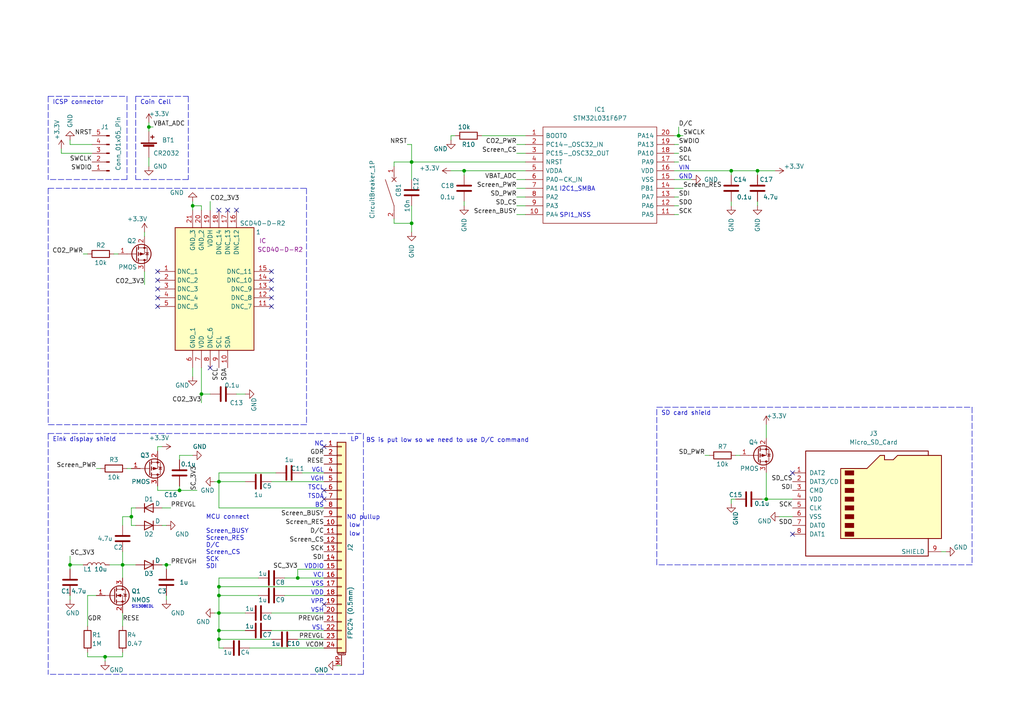
<source format=kicad_sch>
(kicad_sch (version 20231120) (generator "eeschema") (generator_version "8.0")
  (paper "A4")
  (lib_symbols
    (symbol "CO2_sensor_Lib:SCD40-D-R2"
      (property "Value" "SCD40-D-R2" (at -1.27 15.24 0))
      (property "Reference_1" "IC" (at 29.21 17.78 0))
      (property "Value_1" "SCD40-D-R2" (at 29.21 15.24 0))
      (symbol "SCD40-D-R2_1_1"
        (rectangle (start 5.08 12.7) (end 27.94 -22.86) (stroke (width 0.254)) (fill (type background)))
        (pin passive line (at 0 0 0) (length 5.08) (name "DNC_1") (number "1"))
        (pin passive line (at 20.32 -27.94 90) (length 5.08) (name "SDA") (number "10"))
        (pin passive line (at 33.02 -10.16 180) (length 5.08) (name "DNC_7") (number "11"))
        (pin passive line (at 33.02 -7.62 180) (length 5.08) (name "DNC_8") (number "12"))
        (pin passive line (at 33.02 -5.08 180) (length 5.08) (name "DNC_9") (number "13"))
        (pin passive line (at 33.02 -2.54 180) (length 5.08) (name "DNC_10") (number "14"))
        (pin passive line (at 33.02 0 180) (length 5.08) (name "DNC_11") (number "15"))
        (pin passive line (at 22.86 17.78 270) (length 5.08) (name "DNC_12") (number "16"))
        (pin passive line (at 20.32 17.78 270) (length 5.08) (name "DNC_13") (number "17"))
        (pin passive line (at 17.78 17.78 270) (length 5.08) (name "DNC_14") (number "18"))
        (pin passive line (at 15.24 17.78 270) (length 5.08) (name "VDDH") (number "19"))
        (pin passive line (at 0 -2.54 0) (length 5.08) (name "DNC_2") (number "2"))
        (pin passive line (at 12.7 17.78 270) (length 5.08) (name "GND_2") (number "20"))
        (pin passive line (at 10.16 17.78 270) (length 5.08) (name "GND_3") (number "21"))
        (pin passive line (at 0 -5.08 0) (length 5.08) (name "DNC_3") (number "3"))
        (pin passive line (at 0 -7.62 0) (length 5.08) (name "DNC_4") (number "4"))
        (pin passive line (at 0 -10.16 0) (length 5.08) (name "DNC_5") (number "5"))
        (pin passive line (at 10.16 -27.94 90) (length 5.08) (name "GND_1") (number "6"))
        (pin passive line (at 12.7 -27.94 90) (length 5.08) (name "VDD") (number "7"))
        (pin passive line (at 15.24 -27.94 90) (length 5.08) (name "DNC_6") (number "8"))
        (pin passive line (at 17.78 -27.94 90) (length 5.08) (name "SCL") (number "9"))
      )
    )
    (symbol "CO2_sensor_Lib:STM32L031F6P7" (pin_names (offset 0.762))
      (property "Reference" "IC" (at 5.08 3.81 0))
      (property "Value" "STM32L031F6P7" (at 22.606 3.81 0))
      (symbol "STM32L031F6P7_0_0"
        (pin passive line (at 0 0 0) (length 5.08) (name "BOOT0") (number "1"))
        (pin passive line (at 0 -22.86 0) (length 5.08) (name "PA4") (number "10"))
        (pin passive line (at 43.18 -22.86 180) (length 5.08) (name "PA5") (number "11"))
        (pin passive line (at 43.18 -20.32 180) (length 5.08) (name "PA6") (number "12"))
        (pin passive line (at 43.18 -17.78 180) (length 5.08) (name "PA7") (number "13"))
        (pin passive line (at 43.18 -15.24 180) (length 5.08) (name "PB1") (number "14"))
        (pin passive line (at 43.18 -12.7 180) (length 5.08) (name "VSS") (number "15"))
        (pin passive line (at 43.18 -10.16 180) (length 5.08) (name "VDD") (number "16"))
        (pin passive line (at 43.18 -7.62 180) (length 5.08) (name "PA9") (number "17"))
        (pin passive line (at 43.18 -5.08 180) (length 5.08) (name "PA10") (number "18"))
        (pin passive line (at 43.18 -2.54 180) (length 5.08) (name "PA13") (number "19"))
        (pin passive line (at 0 -2.54 0) (length 5.08) (name "PC14-_OSC32_IN") (number "2"))
        (pin passive line (at 43.18 0 180) (length 5.08) (name "PA14") (number "20"))
        (pin passive line (at 0 -5.08 0) (length 5.08) (name "PC15-_OSC32_OUT") (number "3"))
        (pin passive line (at 0 -7.62 0) (length 5.08) (name "NRST") (number "4"))
        (pin passive line (at 0 -10.16 0) (length 5.08) (name "VDDA") (number "5"))
        (pin passive line (at 0 -12.7 0) (length 5.08) (name "PA0-CK_IN") (number "6"))
        (pin passive line (at 0 -15.24 0) (length 5.08) (name "PA1") (number "7"))
        (pin passive line (at 0 -17.78 0) (length 5.08) (name "PA2") (number "8"))
        (pin passive line (at 0 -20.32 0) (length 5.08) (name "PA3") (number "9"))
      )
      (symbol "STM32L031F6P7_0_1"
        (polyline (pts (xy 5.08 2.54) (xy 38.1 2.54) (xy 38.1 -25.4) (xy 5.08 -25.4) (xy 5.08 2.54)) (stroke (width 0.1524)))
      )
    )
    (symbol "Connector:Conn_01x05_Pin" (pin_names (offset 1.016) hide)
      (property "Reference" "J" (at 0 7.62 0))
      (property "Value" "Conn_01x05_Pin" (at 0 -7.62 0))
      (symbol "Conn_01x05_Pin_1_1"
        (polyline (pts (xy 1.27 -5.08) (xy 0.8636 -5.08)) (stroke (width 0.1524)))
        (polyline (pts (xy 1.27 -2.54) (xy 0.8636 -2.54)) (stroke (width 0.1524)))
        (polyline (pts (xy 1.27 0) (xy 0.8636 0)) (stroke (width 0.1524)))
        (polyline (pts (xy 1.27 2.54) (xy 0.8636 2.54)) (stroke (width 0.1524)))
        (polyline (pts (xy 1.27 5.08) (xy 0.8636 5.08)) (stroke (width 0.1524)))
        (rectangle (start 0.8636 -4.953) (end 0 -5.207) (stroke (width 0.1524)) (fill (type outline)))
        (rectangle (start 0.8636 -2.413) (end 0 -2.667) (stroke (width 0.1524)) (fill (type outline)))
        (rectangle (start 0.8636 0.127) (end 0 -0.127) (stroke (width 0.1524)) (fill (type outline)))
        (rectangle (start 0.8636 2.667) (end 0 2.413) (stroke (width 0.1524)) (fill (type outline)))
        (rectangle (start 0.8636 5.207) (end 0 4.953) (stroke (width 0.1524)) (fill (type outline)))
        (pin passive line (at 5.08 5.08 180) (length 3.81) (name "Pin_1") (number "1"))
        (pin passive line (at 5.08 2.54 180) (length 3.81) (name "Pin_2") (number "2"))
        (pin passive line (at 5.08 0 180) (length 3.81) (name "Pin_3") (number "3"))
        (pin passive line (at 5.08 -2.54 180) (length 3.81) (name "Pin_4") (number "4"))
        (pin passive line (at 5.08 -5.08 180) (length 3.81) (name "Pin_5") (number "5"))
      )
    )
    (symbol "Connector:Micro_SD_Card" (pin_names (offset 1.016))
      (property "Reference" "J" (at -16.51 15.24 0))
      (property "Value" "Micro_SD_Card" (at 16.51 15.24 0))
      (symbol "Micro_SD_Card_0_1"
        (rectangle (start -7.62 -9.525) (end -5.08 -10.795) (fill (type outline)))
        (rectangle (start -7.62 -6.985) (end -5.08 -8.255) (fill (type outline)))
        (rectangle (start -7.62 -4.445) (end -5.08 -5.715) (fill (type outline)))
        (rectangle (start -7.62 -1.905) (end -5.08 -3.175) (fill (type outline)))
        (rectangle (start -7.62 0.635) (end -5.08 -0.635) (fill (type outline)))
        (rectangle (start -7.62 3.175) (end -5.08 1.905) (fill (type outline)))
        (rectangle (start -7.62 5.715) (end -5.08 4.445) (fill (type outline)))
        (rectangle (start -7.62 8.255) (end -5.08 6.985) (fill (type outline)))
        (polyline (pts (xy 16.51 12.7) (xy 16.51 13.97) (xy -19.05 13.97) (xy -19.05 -16.51) (xy 16.51 -16.51) (xy 16.51 -11.43)) (stroke (width 0.254)))
        (polyline (pts (xy -8.89 -11.43) (xy -8.89 8.89) (xy -1.27 8.89) (xy 2.54 12.7) (xy 3.81 12.7) (xy 3.81 11.43) (xy 6.35 11.43) (xy 7.62 12.7) (xy 20.32 12.7) (xy 20.32 -11.43) (xy -8.89 -11.43)) (stroke (width 0.254)) (fill (type background)))
      )
      (symbol "Micro_SD_Card_1_1"
        (pin bidirectional line (at -22.86 7.62 0) (length 3.81) (name "DAT2") (number "1"))
        (pin bidirectional line (at -22.86 5.08 0) (length 3.81) (name "DAT3/CD") (number "2"))
        (pin input line (at -22.86 2.54 0) (length 3.81) (name "CMD") (number "3"))
        (pin power_in line (at -22.86 0 0) (length 3.81) (name "VDD") (number "4"))
        (pin input line (at -22.86 -2.54 0) (length 3.81) (name "CLK") (number "5"))
        (pin power_in line (at -22.86 -5.08 0) (length 3.81) (name "VSS") (number "6"))
        (pin bidirectional line (at -22.86 -7.62 0) (length 3.81) (name "DAT0") (number "7"))
        (pin bidirectional line (at -22.86 -10.16 0) (length 3.81) (name "DAT1") (number "8"))
        (pin passive line (at 20.32 -15.24 180) (length 3.81) (name "SHIELD") (number "9"))
      )
    )
    (symbol "Connector_Generic_MountingPin:Conn_01x24_MountingPin" (pin_names (offset 1.016) hide)
      (property "Reference" "J" (at 0 30.48 0))
      (property "Value" "Conn_01x24_MountingPin" (at 1.27 -33.02 0))
      (symbol "Conn_01x24_MountingPin_1_1"
        (rectangle (start -1.27 -30.353) (end 0 -30.607) (stroke (width 0.1524)))
        (rectangle (start -1.27 -27.813) (end 0 -28.067) (stroke (width 0.1524)))
        (rectangle (start -1.27 -25.273) (end 0 -25.527) (stroke (width 0.1524)))
        (rectangle (start -1.27 -22.733) (end 0 -22.987) (stroke (width 0.1524)))
        (rectangle (start -1.27 -20.193) (end 0 -20.447) (stroke (width 0.1524)))
        (rectangle (start -1.27 -17.653) (end 0 -17.907) (stroke (width 0.1524)))
        (rectangle (start -1.27 -15.113) (end 0 -15.367) (stroke (width 0.1524)))
        (rectangle (start -1.27 -12.573) (end 0 -12.827) (stroke (width 0.1524)))
        (rectangle (start -1.27 -10.033) (end 0 -10.287) (stroke (width 0.1524)))
        (rectangle (start -1.27 -7.493) (end 0 -7.747) (stroke (width 0.1524)))
        (rectangle (start -1.27 -4.953) (end 0 -5.207) (stroke (width 0.1524)))
        (rectangle (start -1.27 -2.413) (end 0 -2.667) (stroke (width 0.1524)))
        (rectangle (start -1.27 0.127) (end 0 -0.127) (stroke (width 0.1524)))
        (rectangle (start -1.27 2.667) (end 0 2.413) (stroke (width 0.1524)))
        (rectangle (start -1.27 5.207) (end 0 4.953) (stroke (width 0.1524)))
        (rectangle (start -1.27 7.747) (end 0 7.493) (stroke (width 0.1524)))
        (rectangle (start -1.27 10.287) (end 0 10.033) (stroke (width 0.1524)))
        (rectangle (start -1.27 12.827) (end 0 12.573) (stroke (width 0.1524)))
        (rectangle (start -1.27 15.367) (end 0 15.113) (stroke (width 0.1524)))
        (rectangle (start -1.27 17.907) (end 0 17.653) (stroke (width 0.1524)))
        (rectangle (start -1.27 20.447) (end 0 20.193) (stroke (width 0.1524)))
        (rectangle (start -1.27 22.987) (end 0 22.733) (stroke (width 0.1524)))
        (rectangle (start -1.27 25.527) (end 0 25.273) (stroke (width 0.1524)))
        (rectangle (start -1.27 28.067) (end 0 27.813) (stroke (width 0.1524)))
        (rectangle (start -1.27 29.21) (end 1.27 -31.75) (stroke (width 0.254)) (fill (type background)))
        (polyline (pts (xy -1.016 -32.512) (xy 1.016 -32.512)) (stroke (width 0.1524)))
        (text "Mounting" (at 0 -32.131 0) (effects (font (size 0.381 0.381))))
        (pin passive line (at -5.08 27.94 0) (length 3.81) (name "Pin_1") (number "1"))
        (pin passive line (at -5.08 5.08 0) (length 3.81) (name "Pin_10") (number "10"))
        (pin passive line (at -5.08 2.54 0) (length 3.81) (name "Pin_11") (number "11"))
        (pin passive line (at -5.08 0 0) (length 3.81) (name "Pin_12") (number "12"))
        (pin passive line (at -5.08 -2.54 0) (length 3.81) (name "Pin_13") (number "13"))
        (pin passive line (at -5.08 -5.08 0) (length 3.81) (name "Pin_14") (number "14"))
        (pin passive line (at -5.08 -7.62 0) (length 3.81) (name "Pin_15") (number "15"))
        (pin passive line (at -5.08 -10.16 0) (length 3.81) (name "Pin_16") (number "16"))
        (pin passive line (at -5.08 -12.7 0) (length 3.81) (name "Pin_17") (number "17"))
        (pin passive line (at -5.08 -15.24 0) (length 3.81) (name "Pin_18") (number "18"))
        (pin passive line (at -5.08 -17.78 0) (length 3.81) (name "Pin_19") (number "19"))
        (pin passive line (at -5.08 25.4 0) (length 3.81) (name "Pin_2") (number "2"))
        (pin passive line (at -5.08 -20.32 0) (length 3.81) (name "Pin_20") (number "20"))
        (pin passive line (at -5.08 -22.86 0) (length 3.81) (name "Pin_21") (number "21"))
        (pin passive line (at -5.08 -25.4 0) (length 3.81) (name "Pin_22") (number "22"))
        (pin passive line (at -5.08 -27.94 0) (length 3.81) (name "Pin_23") (number "23"))
        (pin passive line (at -5.08 -30.48 0) (length 3.81) (name "Pin_24") (number "24"))
        (pin passive line (at -5.08 22.86 0) (length 3.81) (name "Pin_3") (number "3"))
        (pin passive line (at -5.08 20.32 0) (length 3.81) (name "Pin_4") (number "4"))
        (pin passive line (at -5.08 17.78 0) (length 3.81) (name "Pin_5") (number "5"))
        (pin passive line (at -5.08 15.24 0) (length 3.81) (name "Pin_6") (number "6"))
        (pin passive line (at -5.08 12.7 0) (length 3.81) (name "Pin_7") (number "7"))
        (pin passive line (at -5.08 10.16 0) (length 3.81) (name "Pin_8") (number "8"))
        (pin passive line (at -5.08 7.62 0) (length 3.81) (name "Pin_9") (number "9"))
        (pin passive line (at 0 -35.56 90) (length 3.048) (name "MountPin") (number "MP"))
      )
    )
    (symbol "Device:Battery_Cell" (pin_numbers hide) (pin_names (offset 0) hide)
      (property "Reference" "BT" (at 2.54 2.54 0))
      (property "Value" "Battery_Cell" (at 2.54 0 0))
      (symbol "Battery_Cell_0_1"
        (rectangle (start -2.286 1.778) (end 2.286 1.524) (fill (type outline)))
        (rectangle (start -1.5748 1.1938) (end 1.4732 0.6858) (fill (type outline)))
        (polyline (pts (xy 0 0.762) (xy 0 0)))
        (polyline (pts (xy 0 1.778) (xy 0 2.54)))
        (polyline (pts (xy 0.508 3.429) (xy 1.524 3.429)) (stroke (width 0.254)))
        (polyline (pts (xy 1.016 3.937) (xy 1.016 2.921)) (stroke (width 0.254)))
      )
      (symbol "Battery_Cell_1_1"
        (pin passive line (at 0 5.08 270) (length 2.54) (name "+") (number "1"))
        (pin passive line (at 0 -2.54 90) (length 2.54) (name "-") (number "2"))
      )
    )
    (symbol "Device:C" (pin_numbers hide) (pin_names (offset 0.254))
      (property "Reference" "C" (at 0.635 2.54 0))
      (property "Value" "C" (at 0.635 -2.54 0))
      (symbol "C_0_1"
        (polyline (pts (xy -2.032 -0.762) (xy 2.032 -0.762)) (stroke (width 0.508)))
        (polyline (pts (xy -2.032 0.762) (xy 2.032 0.762)) (stroke (width 0.508)))
      )
      (symbol "C_1_1"
        (pin passive line (at 0 3.81 270) (length 2.794) (name "~") (number "1"))
        (pin passive line (at 0 -3.81 90) (length 2.794) (name "~") (number "2"))
      )
    )
    (symbol "Device:CircuitBreaker_1P"
      (property "Reference" "CB" (at 1.905 0 0))
      (property "Value" "CircuitBreaker_1P" (at 1.905 1.905 0))
      (symbol "CircuitBreaker_1P_0_1"
        (polyline (pts (xy 0 -5.08) (xy 0 -3.81)))
        (polyline (pts (xy 0 -3.81) (xy -2.54 3.81)))
      )
      (symbol "CircuitBreaker_1P_1_1"
        (polyline (pts (xy -0.635 4.445) (xy 0.635 3.175)))
        (polyline (pts (xy 0 5.08) (xy 0 3.81)))
        (polyline (pts (xy 0.635 4.445) (xy -0.635 3.175)))
        (pin passive line (at 0 7.62 270) (length 2.54) (name "~") (number "1"))
        (pin passive line (at 0 -7.62 90) (length 2.54) (name "~") (number "2"))
      )
    )
    (symbol "Device:D" (pin_numbers hide) (pin_names (offset 1.016) hide)
      (property "Reference" "D" (at 0 2.54 0))
      (property "Value" "D" (at 0 -2.54 0))
      (symbol "D_0_1"
        (polyline (pts (xy -1.27 1.27) (xy -1.27 -1.27)) (stroke (width 0.254)))
        (polyline (pts (xy 1.27 0) (xy -1.27 0)))
        (polyline (pts (xy 1.27 1.27) (xy 1.27 -1.27) (xy -1.27 0) (xy 1.27 1.27)) (stroke (width 0.254)))
      )
      (symbol "D_1_1"
        (pin passive line (at -3.81 0 0) (length 2.54) (name "K") (number "1"))
        (pin passive line (at 3.81 0 180) (length 2.54) (name "A") (number "2"))
      )
    )
    (symbol "Device:L" (pin_numbers hide) (pin_names (offset 1.016) hide)
      (property "Reference" "L" (at -1.27 0 90))
      (property "Value" "L" (at 1.905 0 90))
      (symbol "L_0_1"
        (arc (start 0 -2.54) (mid 0.6323 -1.905) (end 0 -1.27))
        (arc (start 0 -1.27) (mid 0.6323 -0.635) (end 0 0))
        (arc (start 0 0) (mid 0.6323 0.635) (end 0 1.27))
        (arc (start 0 1.27) (mid 0.6323 1.905) (end 0 2.54))
      )
      (symbol "L_1_1"
        (pin passive line (at 0 3.81 270) (length 1.27) (name "1") (number "1"))
        (pin passive line (at 0 -3.81 90) (length 1.27) (name "2") (number "2"))
      )
    )
    (symbol "Device:Q_NMOS_GSD" (pin_names (offset 0) hide)
      (property "Reference" "Q" (at 5.08 1.27 0))
      (property "Value" "Q_NMOS_GSD" (at 5.08 -1.27 0))
      (symbol "Q_NMOS_GSD_0_1"
        (polyline (pts (xy 0.254 0) (xy -2.54 0)))
        (polyline (pts (xy 0.254 1.905) (xy 0.254 -1.905)) (stroke (width 0.254)))
        (polyline (pts (xy 0.762 -1.27) (xy 0.762 -2.286)) (stroke (width 0.254)))
        (polyline (pts (xy 0.762 0.508) (xy 0.762 -0.508)) (stroke (width 0.254)))
        (polyline (pts (xy 0.762 2.286) (xy 0.762 1.27)) (stroke (width 0.254)))
        (polyline (pts (xy 2.54 2.54) (xy 2.54 1.778)))
        (polyline (pts (xy 2.54 -2.54) (xy 2.54 0) (xy 0.762 0)))
        (polyline (pts (xy 0.762 -1.778) (xy 3.302 -1.778) (xy 3.302 1.778) (xy 0.762 1.778)))
        (polyline (pts (xy 1.016 0) (xy 2.032 0.381) (xy 2.032 -0.381) (xy 1.016 0)) (fill (type outline)))
        (polyline (pts (xy 2.794 0.508) (xy 2.921 0.381) (xy 3.683 0.381) (xy 3.81 0.254)))
        (polyline (pts (xy 3.302 0.381) (xy 2.921 -0.254) (xy 3.683 -0.254) (xy 3.302 0.381)))
        (circle (center 1.651 0) (radius 2.794) (stroke (width 0.254)))
        (circle (center 2.54 -1.778) (radius 0.254) (fill (type outline)))
        (circle (center 2.54 1.778) (radius 0.254) (fill (type outline)))
      )
      (symbol "Q_NMOS_GSD_1_1"
        (pin input line (at -5.08 0 0) (length 2.54) (name "G") (number "1"))
        (pin passive line (at 2.54 -5.08 90) (length 2.54) (name "S") (number "2"))
        (pin passive line (at 2.54 5.08 270) (length 2.54) (name "D") (number "3"))
      )
    )
    (symbol "Device:Q_PMOS_GSD" (pin_names (offset 0) hide)
      (property "Reference" "Q" (at 5.08 1.27 0))
      (property "Value" "Q_PMOS_GSD" (at 5.08 -1.27 0))
      (symbol "Q_PMOS_GSD_0_1"
        (polyline (pts (xy 0.254 0) (xy -2.54 0)))
        (polyline (pts (xy 0.254 1.905) (xy 0.254 -1.905)) (stroke (width 0.254)))
        (polyline (pts (xy 0.762 -1.27) (xy 0.762 -2.286)) (stroke (width 0.254)))
        (polyline (pts (xy 0.762 0.508) (xy 0.762 -0.508)) (stroke (width 0.254)))
        (polyline (pts (xy 0.762 2.286) (xy 0.762 1.27)) (stroke (width 0.254)))
        (polyline (pts (xy 2.54 2.54) (xy 2.54 1.778)))
        (polyline (pts (xy 2.54 -2.54) (xy 2.54 0) (xy 0.762 0)))
        (polyline (pts (xy 0.762 1.778) (xy 3.302 1.778) (xy 3.302 -1.778) (xy 0.762 -1.778)))
        (polyline (pts (xy 2.286 0) (xy 1.27 0.381) (xy 1.27 -0.381) (xy 2.286 0)) (fill (type outline)))
        (polyline (pts (xy 2.794 -0.508) (xy 2.921 -0.381) (xy 3.683 -0.381) (xy 3.81 -0.254)))
        (polyline (pts (xy 3.302 -0.381) (xy 2.921 0.254) (xy 3.683 0.254) (xy 3.302 -0.381)))
        (circle (center 1.651 0) (radius 2.794) (stroke (width 0.254)))
        (circle (center 2.54 -1.778) (radius 0.254) (fill (type outline)))
        (circle (center 2.54 1.778) (radius 0.254) (fill (type outline)))
      )
      (symbol "Q_PMOS_GSD_1_1"
        (pin input line (at -5.08 0 0) (length 2.54) (name "G") (number "1"))
        (pin passive line (at 2.54 -5.08 90) (length 2.54) (name "S") (number "2"))
        (pin passive line (at 2.54 5.08 270) (length 2.54) (name "D") (number "3"))
      )
    )
    (symbol "Device:R" (pin_numbers hide) (pin_names (offset 0))
      (property "Reference" "R" (at 2.032 0 90))
      (property "Value" "R" (at 0 0 90))
      (symbol "R_0_1"
        (rectangle (start -1.016 -2.54) (end 1.016 2.54) (stroke (width 0.254)))
      )
      (symbol "R_1_1"
        (pin passive line (at 0 3.81 270) (length 1.27) (name "~") (number "1"))
        (pin passive line (at 0 -3.81 90) (length 1.27) (name "~") (number "2"))
      )
    )
    (symbol "power:+3.3V" (power) (pin_names (offset 0))
      (property "Value" "+3.3V" (at 0 3.556 0))
      (symbol "+3.3V_0_1"
        (polyline (pts (xy -0.762 1.27) (xy 0 2.54)))
        (polyline (pts (xy 0 0) (xy 0 2.54)))
        (polyline (pts (xy 0 2.54) (xy 0.762 1.27)))
      )
      (symbol "+3.3V_1_1"
        (pin power_in line (at 0 0 90) (length 0) hide (name "+3.3V") (number "1"))
      )
    )
    (symbol "power:GND" (power) (pin_names (offset 0))
      (property "Value" "GND" (at 0 -3.81 0))
      (symbol "GND_0_1"
        (polyline (pts (xy 0 0) (xy 0 -1.27) (xy 1.27 -1.27) (xy 0 -2.54) (xy -1.27 -1.27) (xy 0 -1.27)))
      )
      (symbol "GND_1_1"
        (pin power_in line (at 0 0 270) (length 0) hide (name "GND") (number "1"))
      )
    )
  )
  (junction (at 52.07 142.24))
  (junction (at 55.88 59.69))
  (junction (at 119.38 64.77))
  (junction (at 86.36 167.64))
  (junction (at 58.42 114.3))
  (junction (at 222.25 144.78))
  (junction (at 63.5 172.72))
  (junction (at 43.18 36.83))
  (junction (at 63.5 182.88))
  (junction (at 63.5 185.42))
  (junction (at 48.26 163.83))
  (junction (at 38.1 149.86))
  (junction (at 212.09 49.53))
  (junction (at 20.32 163.83))
  (junction (at 35.56 163.83))
  (junction (at 119.38 46.99))
  (junction (at 63.5 177.8))
  (junction (at 196.85 39.37))
  (junction (at 134.62 49.53))
  (junction (at 63.5 139.7))
  (junction (at 219.71 49.53))
  (junction (at 63.5 170.18))
  (junction (at 30.48 190.5))
  (no_connect (at 60.96 106.68))
  (no_connect (at 66.04 60.96))
  (no_connect (at 63.5 60.96))
  (no_connect (at 68.58 60.96))
  (no_connect (at 93.98 175.26))
  (no_connect (at 93.98 144.78))
  (no_connect (at 93.98 142.24))
  (no_connect (at 229.87 154.94))
  (no_connect (at 229.87 137.16))
  (no_connect (at 93.98 129.54))
  (no_connect (at 78.74 78.74))
  (no_connect (at 78.74 81.28))
  (no_connect (at 78.74 86.36))
  (no_connect (at 78.74 83.82))
  (no_connect (at 78.74 88.9))
  (no_connect (at 45.72 78.74))
  (no_connect (at 45.72 81.28))
  (no_connect (at 45.72 83.82))
  (no_connect (at 45.72 88.9))
  (no_connect (at 45.72 86.36))
  (wire (pts (xy 45.72 142.24) (xy 52.07 142.24)))
  (wire (pts (xy 52.07 132.08) (xy 52.07 133.35)))
  (polyline (pts (xy 105.41 195.58) (xy 13.97 195.58)) (stroke (width 0) (type dash)))
  (wire (pts (xy 63.5 182.88) (xy 71.12 182.88)))
  (wire (pts (xy 204.47 132.08) (xy 205.74 132.08)))
  (wire (pts (xy 55.88 132.08) (xy 52.07 132.08)))
  (wire (pts (xy 195.58 59.69) (xy 196.85 59.69)))
  (wire (pts (xy 149.86 44.45) (xy 152.4 44.45)))
  (wire (pts (xy 35.56 189.23) (xy 35.56 190.5)))
  (wire (pts (xy 134.62 49.53) (xy 152.4 49.53)))
  (wire (pts (xy 55.88 59.69) (xy 58.42 59.69)))
  (wire (pts (xy 33.02 73.66) (xy 34.29 73.66)))
  (wire (pts (xy 63.5 170.18) (xy 63.5 172.72)))
  (wire (pts (xy 46.99 129.54) (xy 45.72 129.54)))
  (polyline (pts (xy 36.83 52.07) (xy 13.97 52.07)) (stroke (width 0) (type dash)))
  (wire (pts (xy 119.38 64.77) (xy 119.38 67.31)))
  (wire (pts (xy 222.25 137.16) (xy 222.25 144.78)))
  (wire (pts (xy 48.26 172.72) (xy 48.26 173.99)))
  (wire (pts (xy 35.56 152.4) (xy 35.56 149.86)))
  (wire (pts (xy 86.36 165.1) (xy 86.36 167.64)))
  (wire (pts (xy 20.32 40.64) (xy 20.32 41.91)))
  (wire (pts (xy 86.36 165.1) (xy 93.98 165.1)))
  (wire (pts (xy 82.55 172.72) (xy 93.98 172.72)))
  (wire (pts (xy 195.58 49.53) (xy 212.09 49.53)))
  (wire (pts (xy 93.98 147.32) (xy 63.5 147.32)))
  (wire (pts (xy 38.1 147.32) (xy 38.1 149.86)))
  (wire (pts (xy 149.86 41.91) (xy 152.4 41.91)))
  (wire (pts (xy 86.36 185.42) (xy 93.98 185.42)))
  (wire (pts (xy 20.32 163.83) (xy 20.32 165.1)))
  (wire (pts (xy 27.94 172.72) (xy 25.4 172.72)))
  (wire (pts (xy 219.71 58.42) (xy 219.71 59.69)))
  (wire (pts (xy 45.72 129.54) (xy 45.72 130.81)))
  (wire (pts (xy 78.74 177.8) (xy 93.98 177.8)))
  (wire (pts (xy 132.08 39.37) (xy 130.81 39.37)))
  (wire (pts (xy 86.36 167.64) (xy 93.98 167.64)))
  (wire (pts (xy 139.7 39.37) (xy 152.4 39.37)))
  (polyline (pts (xy 88.9 54.61) (xy 88.9 123.19)) (stroke (width 0) (type dash)))
  (wire (pts (xy 273.05 160.02) (xy 274.32 160.02)))
  (wire (pts (xy 48.26 165.1) (xy 48.26 163.83)))
  (wire (pts (xy 68.58 114.3) (xy 71.12 114.3)))
  (wire (pts (xy 35.56 177.8) (xy 35.56 181.61)))
  (wire (pts (xy 55.88 59.69) (xy 55.88 60.96)))
  (wire (pts (xy 114.3 46.99) (xy 119.38 46.99)))
  (wire (pts (xy 82.55 167.64) (xy 86.36 167.64)))
  (wire (pts (xy 195.58 39.37) (xy 196.85 39.37)))
  (wire (pts (xy 17.78 43.18) (xy 17.78 44.45)))
  (polyline (pts (xy 36.83 27.94) (xy 36.83 52.07)) (stroke (width 0) (type dash)))
  (wire (pts (xy 213.36 132.08) (xy 214.63 132.08)))
  (wire (pts (xy 43.18 35.56) (xy 43.18 36.83)))
  (wire (pts (xy 63.5 185.42) (xy 63.5 187.96)))
  (wire (pts (xy 27.94 135.89) (xy 29.21 135.89)))
  (wire (pts (xy 212.09 58.42) (xy 212.09 59.69)))
  (wire (pts (xy 222.25 144.78) (xy 229.87 144.78)))
  (wire (pts (xy 63.5 177.8) (xy 71.12 177.8)))
  (wire (pts (xy 195.58 57.15) (xy 196.85 57.15)))
  (wire (pts (xy 80.01 137.16) (xy 63.5 137.16)))
  (wire (pts (xy 17.78 44.45) (xy 26.67 44.45)))
  (wire (pts (xy 41.91 67.31) (xy 41.91 68.58)))
  (wire (pts (xy 212.09 144.78) (xy 212.09 146.05)))
  (wire (pts (xy 63.5 185.42) (xy 78.74 185.42)))
  (wire (pts (xy 35.56 163.83) (xy 39.37 163.83)))
  (wire (pts (xy 195.58 54.61) (xy 198.12 54.61)))
  (wire (pts (xy 149.86 62.23) (xy 152.4 62.23)))
  (polyline (pts (xy 190.5 163.83) (xy 190.5 118.11)) (stroke (width 0) (type dash)))
  (wire (pts (xy 20.32 161.29) (xy 20.32 163.83)))
  (wire (pts (xy 25.4 190.5) (xy 30.48 190.5)))
  (wire (pts (xy 63.5 139.7) (xy 71.12 139.7)))
  (wire (pts (xy 72.39 187.96) (xy 93.98 187.96)))
  (wire (pts (xy 219.71 49.53) (xy 219.71 50.8)))
  (polyline (pts (xy 54.61 52.07) (xy 39.37 52.07)) (stroke (width 0) (type dash)))
  (wire (pts (xy 63.5 172.72) (xy 63.5 177.8)))
  (polyline (pts (xy 13.97 125.73) (xy 105.41 125.73)) (stroke (width 0) (type dash)))
  (wire (pts (xy 99.06 193.04) (xy 97.79 193.04)))
  (wire (pts (xy 149.86 59.69) (xy 152.4 59.69)))
  (wire (pts (xy 48.26 152.4) (xy 46.99 152.4)))
  (wire (pts (xy 195.58 41.91) (xy 196.85 41.91)))
  (wire (pts (xy 20.32 41.91) (xy 26.67 41.91)))
  (wire (pts (xy 119.38 41.91) (xy 119.38 46.99)))
  (wire (pts (xy 41.91 78.74) (xy 41.91 82.55)))
  (wire (pts (xy 74.93 172.72) (xy 63.5 172.72)))
  (wire (pts (xy 114.3 48.26) (xy 114.3 46.99)))
  (wire (pts (xy 78.74 139.7) (xy 93.98 139.7)))
  (polyline (pts (xy 88.9 123.19) (xy 13.97 123.19)) (stroke (width 0) (type dash)))
  (wire (pts (xy 196.85 46.99) (xy 195.58 46.99)))
  (wire (pts (xy 35.56 149.86) (xy 38.1 149.86)))
  (wire (pts (xy 35.56 163.83) (xy 35.56 167.64)))
  (wire (pts (xy 43.18 36.83) (xy 44.45 36.83)))
  (wire (pts (xy 55.88 106.68) (xy 55.88 109.22)))
  (wire (pts (xy 119.38 64.77) (xy 119.38 59.69)))
  (wire (pts (xy 134.62 58.42) (xy 134.62 59.69)))
  (wire (pts (xy 20.32 163.83) (xy 24.13 163.83)))
  (wire (pts (xy 222.25 123.19) (xy 222.25 127)))
  (wire (pts (xy 43.18 36.83) (xy 43.18 38.1)))
  (wire (pts (xy 149.86 57.15) (xy 152.4 57.15)))
  (wire (pts (xy 220.98 144.78) (xy 222.25 144.78)))
  (wire (pts (xy 48.26 163.83) (xy 49.53 163.83)))
  (wire (pts (xy 63.5 167.64) (xy 63.5 170.18)))
  (wire (pts (xy 62.23 139.7) (xy 63.5 139.7)))
  (wire (pts (xy 74.93 167.64) (xy 63.5 167.64)))
  (wire (pts (xy 62.23 177.8) (xy 63.5 177.8)))
  (polyline (pts (xy 13.97 54.61) (xy 88.9 54.61)) (stroke (width 0) (type dash)))
  (wire (pts (xy 52.07 140.97) (xy 52.07 142.24)))
  (wire (pts (xy 196.85 39.37) (xy 198.12 39.37)))
  (polyline (pts (xy 13.97 27.94) (xy 36.83 27.94)) (stroke (width 0) (type dash)))
  (wire (pts (xy 134.62 49.53) (xy 134.62 50.8)))
  (wire (pts (xy 38.1 149.86) (xy 38.1 152.4)))
  (polyline (pts (xy 13.97 54.61) (xy 13.97 123.19)) (stroke (width 0) (type dash)))
  (wire (pts (xy 25.4 172.72) (xy 25.4 181.61)))
  (wire (pts (xy 31.75 163.83) (xy 35.56 163.83)))
  (polyline (pts (xy 190.5 118.11) (xy 281.94 118.11)) (stroke (width 0) (type dash)))
  (wire (pts (xy 55.88 58.42) (xy 55.88 59.69)))
  (wire (pts (xy 196.85 62.23) (xy 195.58 62.23)))
  (wire (pts (xy 64.77 187.96) (xy 63.5 187.96)))
  (wire (pts (xy 130.81 39.37) (xy 130.81 40.64)))
  (polyline (pts (xy 13.97 27.94) (xy 13.97 52.07)) (stroke (width 0) (type dash)))
  (wire (pts (xy 60.96 114.3) (xy 58.42 114.3)))
  (wire (pts (xy 63.5 147.32) (xy 63.5 139.7)))
  (wire (pts (xy 195.58 52.07) (xy 200.66 52.07)))
  (wire (pts (xy 45.72 140.97) (xy 45.72 142.24)))
  (polyline (pts (xy 13.97 125.73) (xy 13.97 195.58)) (stroke (width 0) (type dash)))
  (wire (pts (xy 60.96 58.42) (xy 60.96 60.96)))
  (polyline (pts (xy 281.94 163.83) (xy 190.5 163.83)) (stroke (width 0) (type dash)))
  (wire (pts (xy 38.1 147.32) (xy 39.37 147.32)))
  (wire (pts (xy 58.42 114.3) (xy 58.42 116.84)))
  (wire (pts (xy 149.86 52.07) (xy 152.4 52.07)))
  (wire (pts (xy 49.53 147.32) (xy 46.99 147.32)))
  (wire (pts (xy 52.07 142.24) (xy 57.15 142.24)))
  (polyline (pts (xy 54.61 27.94) (xy 54.61 52.07)) (stroke (width 0) (type dash)))
  (wire (pts (xy 63.5 137.16) (xy 63.5 139.7)))
  (wire (pts (xy 212.09 49.53) (xy 212.09 50.8)))
  (wire (pts (xy 63.5 182.88) (xy 63.5 185.42)))
  (polyline (pts (xy 105.41 125.73) (xy 105.41 195.58)) (stroke (width 0) (type dash)))
  (wire (pts (xy 43.18 45.72) (xy 43.18 48.26)))
  (wire (pts (xy 35.56 160.02) (xy 35.56 163.83)))
  (wire (pts (xy 46.99 163.83) (xy 48.26 163.83)))
  (polyline (pts (xy 39.37 27.94) (xy 54.61 27.94)) (stroke (width 0) (type dash)))
  (wire (pts (xy 212.09 49.53) (xy 219.71 49.53)))
  (wire (pts (xy 24.13 73.66) (xy 25.4 73.66)))
  (wire (pts (xy 149.86 54.61) (xy 152.4 54.61)))
  (wire (pts (xy 20.32 172.72) (xy 20.32 173.99)))
  (wire (pts (xy 87.63 137.16) (xy 93.98 137.16)))
  (wire (pts (xy 63.5 170.18) (xy 93.98 170.18)))
  (wire (pts (xy 114.3 64.77) (xy 119.38 64.77)))
  (wire (pts (xy 226.06 149.86) (xy 229.87 149.86)))
  (wire (pts (xy 196.85 44.45) (xy 195.58 44.45)))
  (wire (pts (xy 63.5 177.8) (xy 63.5 182.88)))
  (wire (pts (xy 78.74 182.88) (xy 93.98 182.88)))
  (wire (pts (xy 213.36 144.78) (xy 212.09 144.78)))
  (wire (pts (xy 30.48 190.5) (xy 35.56 190.5)))
  (wire (pts (xy 58.42 106.68) (xy 58.42 114.3)))
  (polyline (pts (xy 39.37 27.94) (xy 39.37 52.07)) (stroke (width 0) (type dash)))
  (wire (pts (xy 119.38 46.99) (xy 152.4 46.99)))
  (wire (pts (xy 114.3 64.77) (xy 114.3 63.5)))
  (wire (pts (xy 25.4 189.23) (xy 25.4 190.5)))
  (wire (pts (xy 30.48 190.5) (xy 30.48 191.77)))
  (wire (pts (xy 219.71 49.53) (xy 224.79 49.53)))
  (wire (pts (xy 118.11 41.91) (xy 119.38 41.91)))
  (polyline (pts (xy 281.94 118.11) (xy 281.94 163.83)) (stroke (width 0) (type dash)))
  (wire (pts (xy 196.85 36.83) (xy 196.85 39.37)))
  (wire (pts (xy 58.42 60.96) (xy 58.42 59.69)))
  (wire (pts (xy 130.81 49.53) (xy 134.62 49.53)))
  (wire (pts (xy 36.83 135.89) (xy 38.1 135.89)))
  (wire (pts (xy 119.38 46.99) (xy 119.38 52.07)))
  (wire (pts (xy 38.1 152.4) (xy 39.37 152.4)))
  (text "SD card shield" (at 191.77 120.65 0) (effects (font (size 1.27 1.27)) (justify left bottom)))
  (text "Si1308EDL" (at 38.1 176.53 0) (effects (font (size 0.8 0.8)) (justify left bottom)))
  (text "ICSP connector" (at 15.24 30.48 0) (effects (font (size 1.27 1.27)) (justify left bottom)))
  (text "VGH" (at 93.98 139.7 0) (effects (font (size 1.27 1.27)) (justify right bottom)))
  (text "BS" (at 93.98 147.32 0) (effects (font (size 1.27 1.27)) (justify right bottom)))
  (text "SPI1_NSS" (at 171.45 63.246 0) (effects (font (size 1.27 1.27)) (justify right bottom)))
  (text "VSS" (at 93.98 170.18 0) (effects (font (size 1.27 1.27)) (justify right bottom)))
  (text "TSDA" (at 93.98 144.78 0) (effects (font (size 1.27 1.27)) (justify right bottom)))
  (text "VDD" (at 93.98 172.72 0) (effects (font (size 1.27 1.27)) (justify right bottom)))
  (text "BS is put low so we need to use D/C command" (at 129.794 127.762 0) (effects (font (size 1.27 1.27))))
  (text "NO pullup" (at 105.41 150.114 0) (effects (font (size 1.27 1.27))))
  (text "LP" (at 102.87 127.508 0) (effects (font (size 1.27 1.27))))
  (text "MCU connect \n\nScreen_BUSY\nScreen_RES\nD/C\nScreen_CS\nSCK\nSDI" (at 59.69 165.1 0) (effects (font (size 1.27 1.27)) (justify left bottom)))
  (text "TSCL" (at 93.98 142.24 0) (effects (font (size 1.27 1.27)) (justify right bottom)))
  (text "VPP" (at 93.98 175.26 0) (effects (font (size 1.27 1.27)) (justify right bottom)))
  (text "NC" (at 93.98 129.54 0) (effects (font (size 1.27 1.27)) (justify right bottom)))
  (text "VIN" (at 196.85 49.53 0) (effects (font (size 1.27 1.27)) (justify left bottom)))
  (text "GND" (at 196.85 52.07 0) (effects (font (size 1.27 1.27)) (justify left bottom)))
  (text "low " (at 103.378 154.94 0) (effects (font (size 1.27 1.27))))
  (text "VDDIO" (at 93.98 165.1 0) (effects (font (size 1.27 1.27)) (justify right bottom)))
  (text "VGL" (at 93.98 137.16 0) (effects (font (size 1.27 1.27)) (justify right bottom)))
  (text "Coin Cell" (at 40.64 30.48 0) (effects (font (size 1.27 1.27)) (justify left bottom)))
  (text "VCI" (at 93.98 167.64 0) (effects (font (size 1.27 1.27)) (justify right bottom)))
  (text "Eink display shield" (at 15.24 128.27 0) (effects (font (size 1.27 1.27)) (justify left bottom)))
  (text "VSH" (at 93.98 177.8 0) (effects (font (size 1.27 1.27)) (justify right bottom)))
  (text "low " (at 103.378 152.4 0) (effects (font (size 1.27 1.27))))
  (text "I2C1_SMBA" (at 172.72 55.626 0) (effects (font (size 1.27 1.27)) (justify right bottom)))
  (text "VSL" (at 93.98 182.88 0) (effects (font (size 1.27 1.27)) (justify right bottom)))
  (label "SCK" (at 93.98 160.02 180))
  (label "Screen_BUSY" (at 149.86 62.23 180))
  (label "VBAT_ADC" (at 44.45 36.83 0))
  (label "Screen_CS" (at 93.98 157.48 180))
  (label "SCK" (at 196.85 62.23 0))
  (label "CO2_PWR" (at 24.13 73.66 180))
  (label "SWDIO" (at 196.85 41.91 0))
  (label "SC_3V3" (at 20.32 161.29 0))
  (label "SC_3V3" (at 57.15 142.24 90))
  (label "RESE" (at 93.98 134.62 180))
  (label "SCL" (at 196.85 46.99 0))
  (label "PREVGH" (at 49.53 163.83 0))
  (label "NRST" (at 118.11 41.91 180))
  (label "SD_PWR" (at 149.86 57.15 180))
  (label "CO2_PWR" (at 149.86 41.91 180))
  (label "Screen_BUSY" (at 93.98 149.86 180))
  (label "Screen_CS" (at 149.86 44.45 180))
  (label "Screen_RES" (at 93.98 152.4 180))
  (label "RESE" (at 35.56 180.34 0))
  (label "SDO" (at 229.87 152.4 180))
  (label "CO2_3V3" (at 60.96 58.42 0))
  (label "SD_PWR" (at 204.47 132.08 180))
  (label "SD_CS" (at 229.87 139.7 180))
  (label "PREVGL" (at 49.53 147.32 0))
  (label "CO2_3V3" (at 41.91 82.55 180))
  (label "GDR" (at 25.4 180.34 0))
  (label "SDI" (at 93.98 162.56 180))
  (label "SD_CS" (at 149.86 59.69 180))
  (label "SDI" (at 196.85 57.15 0))
  (label "VBAT_ADC" (at 149.86 52.07 180))
  (label "SCK" (at 229.87 147.32 180))
  (label "CO2_3V3" (at 58.42 116.84 180))
  (label "GDR" (at 93.98 132.08 180))
  (label "SWDIO" (at 26.67 49.53 180))
  (label "PREVGL" (at 93.98 185.42 180))
  (label "Screen_PWR" (at 149.86 54.61 180))
  (label "SC_3V3" (at 86.36 165.1 180))
  (label "SDA" (at 66.04 106.68 270))
  (label "SWCLK" (at 198.12 39.37 0))
  (label "D{slash}C" (at 93.98 154.94 180))
  (label "D{slash}C" (at 196.85 36.83 0))
  (label "NRST" (at 26.67 39.37 180))
  (label "VCOM" (at 93.98 187.96 180))
  (label "PREVGH" (at 93.98 180.34 180))
  (label "Screen_PWR" (at 27.94 135.89 180))
  (label "SCL" (at 63.5 106.68 270))
  (label "SDI" (at 229.87 142.24 180))
  (label "SWCLK" (at 26.67 46.99 180))
  (label "SDO" (at 196.85 59.69 0))
  (label "Screen_RES" (at 198.12 54.61 0))
  (label "SDA" (at 196.85 44.45 0))
  (symbol (lib_id "power:+3.3V") (at 130.81 49.53 90) (unit 1)
    (property "Reference" "#PWR034" (effects (hide yes)))
    (property "Value" "+3.3V" (at 127.508 48.768 90) (effects (justify left)))
  )
  (symbol (lib_id "Connector:Micro_SD_Card") (at 252.73 144.78 0) (unit 1)
    (property "Reference" "J3" (at 253.365 125.73 0))
    (property "Value" "Micro_SD_Card" (at 253.365 128.27 0))
    (property "Footprint" "CO2_Sensor_Footprint:MSD1A" (effects (hide yes)))
    (property "Datasheet" "http://katalog.we-online.de/em/datasheet/693072010801.pdf" (effects (hide yes)))
  )
  (symbol (lib_id "Connector_Generic_MountingPin:Conn_01x24_MountingPin") (at 99.06 157.48 0) (unit 1)
    (property "Reference" "J2" (at 101.6 160.02 90) (effects (justify left)))
    (property "Value" "FPC24 (0.5mm)" (at 101.6 185.42 90) (effects (justify left)))
    (property "Footprint" "Connector_FFC-FPC:TE_2-1734839-4_1x24-1MP_P0.5mm_Horizontal" (effects (hide yes)))
  )
  (symbol (lib_id "power:GND") (at 20.32 173.99 0) (unit 1)
    (property "Reference" "#PWR03" (effects (hide yes)))
    (property "Value" "GND" (at 19.05 177.8 0) (effects (justify left)))
  )
  (symbol (lib_id "Device:C") (at 74.93 139.7 90) (unit 1)
    (property "Reference" "C5" (at 77.47 140.97 90))
    (property "Value" "1u" (at 74.93 143.51 90))
    (property "Footprint" "Capacitor_SMD:C_0603_1608Metric" (effects (hide yes)))
  )
  (symbol (lib_id "power:GND") (at 97.79 193.04 270) (unit 1)
    (property "Reference" "#PWR015" (effects (hide yes)))
    (property "Value" "GND" (at 95.25 194.31 90) (effects (justify right)))
  )
  (symbol (lib_id "Device:C") (at 83.82 137.16 90) (unit 1)
    (property "Reference" "C11" (at 86.36 135.89 90))
    (property "Value" "1u" (at 83.82 133.35 90))
    (property "Footprint" "Capacitor_SMD:C_0603_1608Metric" (effects (hide yes)))
  )
  (symbol (lib_id "power:GND") (at 43.18 48.26 0) (unit 1)
    (property "Reference" "#PWR07" (effects (hide yes)))
    (property "Value" "GND" (at 44.45 48.26 0) (effects (justify left)))
  )
  (symbol (lib_id "power:GND") (at 274.32 160.02 90) (unit 1)
    (property "Reference" "#PWR025" (effects (hide yes)))
    (property "Value" "GND" (at 280.67 158.75 90) (effects (justify left)))
  )
  (symbol (lib_id "power:GND") (at 212.09 146.05 0) (unit 1)
    (property "Reference" "#PWR028" (effects (hide yes)))
    (property "Value" "GND" (at 213.36 152.4 90) (effects (justify left)))
  )
  (symbol (lib_id "Device:C") (at 68.58 187.96 90) (unit 1)
    (property "Reference" "C4" (at 71.12 189.23 90))
    (property "Value" "1u" (at 66.04 189.23 90))
    (property "Footprint" "Capacitor_SMD:C_0603_1608Metric" (effects (hide yes)))
  )
  (symbol (lib_id "Device:C") (at 52.07 137.16 0) (unit 1)
    (property "Reference" "C16" (at 49.53 143.51 0))
    (property "Value" "0.1u" (at 54.61 134.62 0))
    (property "Footprint" "Capacitor_SMD:C_0603_1608Metric" (effects (hide yes)))
  )
  (symbol (lib_id "power:GND") (at 212.09 59.69 0) (unit 1)
    (property "Reference" "#PWR017" (effects (hide yes)))
    (property "Value" "GND" (at 212.09 67.31 90) (effects (justify left)))
  )
  (symbol (lib_id "power:GND") (at 48.26 152.4 90) (unit 1)
    (property "Reference" "#PWR09" (effects (hide yes)))
    (property "Value" "GND" (at 50.8 154.94 90) (effects (justify right)))
  )
  (symbol (lib_id "Device:C") (at 219.71 54.61 180) (unit 1)
    (property "Reference" "C17" (at 222.25 52.07 0))
    (property "Value" "4.7u" (at 223.52 57.15 0))
    (property "Footprint" "Capacitor_SMD:C_0603_1608Metric" (effects (hide yes)))
  )
  (symbol (lib_id "Device:C") (at 212.09 54.61 180) (unit 1)
    (property "Reference" "C14" (at 214.63 52.07 0))
    (property "Value" "0.1u" (at 215.9 57.15 0))
    (property "Footprint" "Capacitor_SMD:C_0603_1608Metric" (effects (hide yes)))
  )
  (symbol (lib_id "Device:R") (at 135.89 39.37 270) (unit 1)
    (property "Reference" "R10" (at 135.89 41.91 90))
    (property "Value" "10k" (at 134.62 36.83 90))
    (property "Footprint" "Resistor_SMD:R_0603_1608Metric" (effects (hide yes)))
  )
  (symbol (lib_id "Device:Q_PMOS_GSD") (at 39.37 73.66 0) (mirror x) (unit 1)
    (property "Reference" "Q2" (at 36.83 69.85 0) (effects (justify left)))
    (property "Value" "PMOS" (at 34.29 77.47 0) (effects (justify left)))
    (property "Footprint" "Package_TO_SOT_SMD:SOT-23" (effects (hide yes)))
  )
  (symbol (lib_id "Device:L") (at 27.94 163.83 90) (unit 1)
    (property "Reference" "L1" (at 25.4 165.1 90))
    (property "Value" "10u" (at 29.21 165.1 90))
    (property "Footprint" "CO2_Sensor_Footprint:SRN3015" (effects (hide yes)))
  )
  (symbol (lib_id "Device:C") (at 48.26 168.91 0) (unit 1)
    (property "Reference" "C3" (at 46.99 171.45 0))
    (property "Value" "1u" (at 53.34 168.91 0))
    (property "Footprint" "Capacitor_SMD:C_0603_1608Metric" (effects (hide yes)))
  )
  (symbol (lib_id "power:GND") (at 55.88 109.22 0) (unit 1)
    (property "Reference" "#PWR012" (effects (hide yes)))
    (property "Value" "GND" (at 50.8 111.76 0) (effects (justify left)))
  )
  (symbol (lib_id "power:+3.3V") (at 43.18 35.56 0) (unit 1)
    (property "Reference" "#PWR06" (effects (hide yes)))
    (property "Value" "+3.3V" (at 43.18 33.02 0) (effects (justify left)))
  )
  (symbol (lib_id "Device:C") (at 35.56 156.21 0) (unit 1)
    (property "Reference" "C2" (at 34.29 158.75 0))
    (property "Value" "4.7u" (at 30.48 156.21 0))
    (property "Footprint" "Capacitor_SMD:C_0603_1608Metric" (effects (hide yes)))
  )
  (symbol (lib_id "Device:Q_PMOS_GSD") (at 219.71 132.08 0) (mirror x) (unit 1)
    (property "Reference" "Q4" (at 217.17 128.27 0) (effects (justify left)))
    (property "Value" "PMOS" (at 214.63 135.89 0) (effects (justify left)))
    (property "Footprint" "Package_TO_SOT_SMD:SOT-23" (effects (hide yes)))
  )
  (symbol (lib_id "power:GND") (at 55.88 58.42 180) (unit 1)
    (property "Reference" "#PWR011" (effects (hide yes)))
    (property "Value" "GND" (at 53.34 55.88 0) (effects (justify left)))
  )
  (symbol (lib_id "power:+3.3V") (at 224.79 49.53 270) (unit 1)
    (property "Reference" "#PWR019" (effects (hide yes)))
    (property "Value" "+3.3V" (at 227.33 48.26 90) (effects (justify left)))
  )
  (symbol (lib_id "Device:C") (at 78.74 172.72 90) (unit 1)
    (property "Reference" "C9" (at 81.28 173.99 90))
    (property "Value" "1u" (at 76.2 173.99 90))
    (property "Footprint" "Capacitor_SMD:C_0603_1608Metric" (effects (hide yes)))
  )
  (symbol (lib_id "Device:C") (at 74.93 177.8 90) (unit 1)
    (property "Reference" "C6" (at 77.47 179.07 90))
    (property "Value" "1u" (at 72.39 176.53 90))
    (property "Footprint" "Capacitor_SMD:C_0603_1608Metric" (effects (hide yes)))
  )
  (symbol (lib_id "Device:D") (at 43.18 147.32 0) (unit 1)
    (property "Reference" "D1" (at 43.18 144.78 0))
    (property "Value" "D" (at 45.72 146.05 0))
    (property "Footprint" "Diode_SMD:D_SOD-123" (effects (hide yes)))
  )
  (symbol (lib_id "power:+3.3V") (at 222.25 123.19 0) (unit 1)
    (property "Reference" "#PWR022" (effects (hide yes)))
    (property "Value" "+3.3V" (at 222.25 120.65 0) (effects (justify left)))
  )
  (symbol (lib_id "Device:R") (at 209.55 132.08 90) (unit 1)
    (property "Reference" "R7" (at 209.55 129.54 90))
    (property "Value" "10k" (at 209.55 134.62 90))
    (property "Footprint" "Resistor_SMD:R_0603_1608Metric" (effects (hide yes)))
  )
  (symbol (lib_id "Device:CircuitBreaker_1P") (at 114.3 55.88 0) (unit 1)
    (property "Reference" "CB1" (at 115.57 57.15 90) (effects (justify left)))
    (property "Value" "CircuitBreaker_1P" (at 107.95 63.5 90) (effects (justify left)))
    (property "Footprint" "CO2_Sensor_Footprint:TL3780AF240QG" (effects (hide yes)))
  )
  (symbol (lib_id "power:GND") (at 130.81 40.64 0) (unit 1)
    (property "Reference" "#PWR033" (effects (hide yes)))
    (property "Value" "GND" (at 125.73 43.18 0) (effects (justify left)))
  )
  (symbol (lib_id "Device:D") (at 43.18 163.83 180) (unit 1)
    (property "Reference" "D3" (at 43.18 166.37 0))
    (property "Value" "D" (at 45.72 162.56 0))
    (property "Footprint" "Diode_SMD:D_SOD-123" (effects (hide yes)))
  )
  (symbol (lib_id "power:GND") (at 134.62 59.69 0) (unit 1)
    (property "Reference" "#PWR035" (effects (hide yes)))
    (property "Value" "GND" (at 134.62 67.31 90) (effects (justify left)))
  )
  (symbol (lib_id "power:GND") (at 48.26 173.99 0) (unit 1)
    (property "Reference" "#PWR010" (effects (hide yes)))
    (property "Value" "GND" (at 49.53 177.8 0) (effects (justify left)))
  )
  (symbol (lib_id "power:+3.3V") (at 17.78 43.18 0) (unit 1)
    (property "Reference" "#PWR01" (effects (hide yes)))
    (property "Value" "+3.3V" (at 16.51 40.64 90) (effects (justify left)))
  )
  (symbol (lib_id "Device:R") (at 35.56 185.42 180) (unit 1)
    (property "Reference" "R4" (at 36.83 184.15 0) (effects (justify right)))
    (property "Value" "0.47" (at 36.83 186.69 0) (effects (justify right)))
    (property "Footprint" "Resistor_SMD:R_0603_1608Metric" (effects (hide yes)))
  )
  (symbol (lib_id "Device:C") (at 74.93 182.88 90) (unit 1)
    (property "Reference" "C7" (at 77.47 184.15 90))
    (property "Value" "1u" (at 72.39 181.61 90))
    (property "Footprint" "Capacitor_SMD:C_0603_1608Metric" (effects (hide yes)))
  )
  (symbol (lib_id "power:GND") (at 20.32 40.64 180) (unit 1)
    (property "Reference" "#PWR02" (effects (hide yes)))
    (property "Value" "GND" (at 20.32 33.02 90) (effects (justify left)))
  )
  (symbol (lib_id "power:GND") (at 30.48 191.77 0) (unit 1)
    (property "Reference" "#PWR04" (effects (hide yes)))
    (property "Value" "GND" (at 31.75 194.31 0) (effects (justify left)))
  )
  (symbol (lib_id "power:GND") (at 55.88 132.08 90) (unit 1)
    (property "Reference" "#PWR029" (effects (hide yes)))
    (property "Value" "GND" (at 55.88 129.54 90) (effects (justify right)))
  )
  (symbol (lib_id "power:GND") (at 62.23 177.8 270) (unit 1)
    (property "Reference" "#PWR014" (effects (hide yes)))
    (property "Value" "GND" (at 60.96 180.34 90) (effects (justify right)))
  )
  (symbol (lib_id "Device:C") (at 64.77 114.3 90) (unit 1)
    (property "Reference" "C13" (at 68.58 116.84 90))
    (property "Value" "0.1u" (at 67.31 111.76 90))
    (property "Footprint" "Capacitor_SMD:C_0603_1608Metric" (effects (hide yes)))
  )
  (symbol (lib_id "power:GND") (at 62.23 139.7 270) (unit 1)
    (property "Reference" "#PWR013" (effects (hide yes)))
    (property "Value" "GND" (at 62.23 142.24 90) (effects (justify right)))
  )
  (symbol (lib_id "power:GND") (at 71.12 114.3 90) (unit 1)
    (property "Reference" "#PWR026" (effects (hide yes)))
    (property "Value" "GND" (at 73.66 119.38 0) (effects (justify left)))
  )
  (symbol (lib_id "Device:C") (at 82.55 185.42 90) (unit 1)
    (property "Reference" "C10" (at 85.09 186.69 90))
    (property "Value" "1u" (at 80.01 186.69 90))
    (property "Footprint" "Capacitor_SMD:C_0603_1608Metric" (effects (hide yes)))
  )
  (symbol (lib_id "Device:Q_NMOS_GSD") (at 33.02 172.72 0) (unit 1)
    (property "Reference" "Q1" (at 38.1 171.45 0) (effects (justify left)))
    (property "Value" "NMOS" (at 38.1 173.99 0) (effects (justify left)))
    (property "Footprint" "Package_TO_SOT_SMD:SOT-23" (effects (hide yes)))
  )
  (symbol (lib_id "Device:R") (at 33.02 135.89 90) (unit 1)
    (property "Reference" "R3" (at 33.02 133.35 90))
    (property "Value" "10k" (at 33.02 138.43 90))
    (property "Footprint" "Resistor_SMD:R_0603_1608Metric" (effects (hide yes)))
  )
  (symbol (lib_id "Device:C") (at 119.38 55.88 180) (unit 1)
    (property "Reference" "C12" (at 120.65 53.34 90))
    (property "Value" "10n" (at 118.11 59.69 90))
    (property "Footprint" "Capacitor_SMD:C_0603_1608Metric" (effects (hide yes)))
  )
  (symbol (lib_id "power:+3.3V") (at 41.91 67.31 0) (unit 1)
    (property "Reference" "#PWR05" (effects (hide yes)))
    (property "Value" "+3.3V" (at 36.83 63.5 0) (effects (justify left)))
  )
  (symbol (lib_id "power:GND") (at 219.71 59.69 0) (unit 1)
    (property "Reference" "#PWR018" (effects (hide yes)))
    (property "Value" "GND" (at 219.71 67.31 90) (effects (justify left)))
  )
  (symbol (lib_id "Device:D") (at 43.18 152.4 180) (unit 1)
    (property "Reference" "D2" (at 43.18 154.94 0))
    (property "Value" "D" (at 45.72 151.13 0))
    (property "Footprint" "Diode_SMD:D_SOD-123" (effects (hide yes)))
  )
  (symbol (lib_id "Device:R") (at 29.21 73.66 90) (unit 1)
    (property "Reference" "R2" (at 29.21 71.12 90))
    (property "Value" "10k" (at 29.21 76.2 90))
    (property "Footprint" "Resistor_SMD:R_0603_1608Metric" (effects (hide yes)))
  )
  (symbol (lib_id "power:GND") (at 119.38 67.31 0) (unit 1)
    (property "Reference" "#PWR037" (effects (hide yes)))
    (property "Value" "GND" (at 119.38 74.93 90) (effects (justify left)))
  )
  (symbol (lib_id "Device:C") (at 20.32 168.91 0) (unit 1)
    (property "Reference" "C1" (at 19.05 171.45 0))
    (property "Value" "4.7u" (at 22.86 171.45 0))
    (property "Footprint" "Capacitor_SMD:C_0603_1608Metric" (effects (hide yes)))
  )
  (symbol (lib_id "Device:C") (at 217.17 144.78 270) (unit 1)
    (property "Reference" "C15" (at 213.36 143.51 90))
    (property "Value" "0.1u" (at 220.98 146.05 90))
    (property "Footprint" "Capacitor_SMD:C_0603_1608Metric" (effects (hide yes)))
  )
  (symbol (lib_id "CO2_sensor_Lib:STM32L031F6P7") (at 152.4 39.37 0) (unit 1)
    (property "Reference" "IC1" (at 173.99 31.75 0))
    (property "Value" "STM32L031F6P7" (at 173.99 34.29 0))
    (property "Footprint" "CO2_Sensor_Footprint:SOP65P640X120-20N" (effects (hide yes)))
    (property "Datasheet" "https://www.st.com/resource/en/datasheet/stm32l031f6.pdf" (effects (hide yes)))
    (property "Description" "STMICROELECTRONICS - STM32L031F6P7 - MCU, ARM CORTEX-M0+, 32MHZ, TSSOP-20" (effects (hide yes)))
    (property "Height" "1.2" (effects (hide yes)))
    (property "Mouser Part Number" "511-STM32L031F6P7" (effects (hide yes)))
    (property "Mouser Price/Stock" "https://www.mouser.co.uk/ProductDetail/STMicroelectronics/STM32L031F6P7?qs=mwoc%252BQmZlGISYQJqAZymLg%3D%3D" (effects (hide yes)))
    (property "Manufacturer_Name" "STMicroelectronics" (effects (hide yes)))
    (property "Manufacturer_Part_Number" "STM32L031F6P7" (effects (hide yes)))
  )
  (symbol (lib_id "Device:R") (at 25.4 185.42 0) (unit 1)
    (property "Reference" "R1" (at 26.67 184.15 0) (effects (justify left)))
    (property "Value" "1M" (at 26.67 186.69 0) (effects (justify left)))
    (property "Footprint" "Resistor_SMD:R_0603_1608Metric" (effects (hide yes)))
  )
  (symbol (lib_id "power:+3.3V") (at 46.99 129.54 270) (unit 1)
    (property "Reference" "#PWR08" (effects (hide yes)))
    (property "Value" "+3.3V" (at 43.18 127 90) (effects (justify left)))
  )
  (symbol (lib_id "Device:Battery_Cell") (at 43.18 43.18 0) (unit 1)
    (property "Reference" "BT1" (at 46.99 40.64 0) (effects (justify left)))
    (property "Value" "CR2032" (at 44.45 44.45 0) (effects (justify left)))
    (property "Footprint" "CO2_Sensor_Footprint:SMTM1225" (effects (hide yes)))
  )
  (symbol (lib_id "Connector:Conn_01x05_Pin") (at 31.75 44.45 180) (unit 1)
    (property "Reference" "J1" (at 29.21 36.83 0) (effects (justify right)))
    (property "Value" "Conn_01x05_Pin" (at 34.29 49.53 90) (effects (justify right)))
    (property "Footprint" "Connector_PinHeader_2.00mm:PinHeader_1x05_P2.00mm_Vertical" (effects (hide yes)))
  )
  (symbol (lib_id "Device:C") (at 78.74 167.64 90) (unit 1)
    (property "Reference" "C8" (at 81.28 168.91 90))
    (property "Value" "1u" (at 76.2 166.37 90))
    (property "Footprint" "Capacitor_SMD:C_0603_1608Metric" (effects (hide yes)))
  )
  (symbol (lib_id "power:GND") (at 226.06 149.86 270) (unit 1)
    (property "Reference" "#PWR024" (effects (hide yes)))
    (property "Value" "GND" (at 219.71 151.13 90) (effects (justify left)))
  )
  (symbol (lib_id "Device:C") (at 134.62 54.61 180) (unit 1)
    (property "Reference" "C18" (at 129.794 53.848 0))
    (property "Value" "0.1u" (at 129.794 57.15 0))
    (property "Footprint" "Capacitor_SMD:C_0603_1608Metric" (effects (hide yes)))
  )
  (symbol (lib_id "CO2_sensor_Lib:SCD40-D-R2") (at 45.72 78.74 0) (unit 1)
    (property "Reference" "1" (at 74.93 67.31 0))
    (property "Value" "SCD40-D-R2" (at 76.2 64.77 0))
    (property "Footprint" "CO2_Sensor_Footprint:SCD40DR2" (effects (hide yes)))
    (property "Reference_1" "IC" (at 76.2 69.85 0))
    (property "Value_1" "SCD40-D-R2" (at 81.28 72.39 0))
    (property "Footprint_1" "SCD40DR2" (effects (hide yes)))
    (property "Datasheet_1" "https://www.arrow.com/en/products/scd40-d-r2/sensirion-ag" (effects (hide yes)))
    (property "Height" "6.8" (effects (hide yes)))
    (property "Manufacturer_Name" "Sensirion" (effects (hide yes)))
    (property "Manufacturer_Part_Number" "SCD40-D-R2" (effects (hide yes)))
    (property "Mouser Part Number" "403-SCD40-D-R2" (effects (hide yes)))
    (property "Mouser Price/Stock" "https://www.mouser.co.uk/ProductDetail/Sensirion/SCD40-D-R2?qs=HBWAp0VN4RjIKW%252BlMeZn1w%3D%3D" (effects (hide yes)))
    (property "Arrow Part Number" "SCD40-D-R2" (effects (hide yes)))
    (property "Arrow Price/Stock" "https://www.arrow.com/en/products/scd40-d-r2/sensirion-ag?region=nac" (effects (hide yes)))
  )
  (symbol (lib_id "Device:Q_PMOS_GSD") (at 43.18 135.89 0) (mirror x) (unit 1)
    (property "Reference" "Q3" (at 40.64 132.08 0) (effects (justify left)))
    (property "Value" "PMOS" (at 38.1 139.7 0) (effects (justify left)))
    (property "Footprint" "Package_TO_SOT_SMD:SOT-23" (effects (hide yes)))
  )
  (symbol (lib_id "power:GND") (at 200.66 52.07 90) (unit 1)
    (property "Reference" "#PWR016" (effects (hide yes)))
    (property "Value" "GND" (at 208.28 52.07 90) (effects (justify left)))
  )
)
</source>
